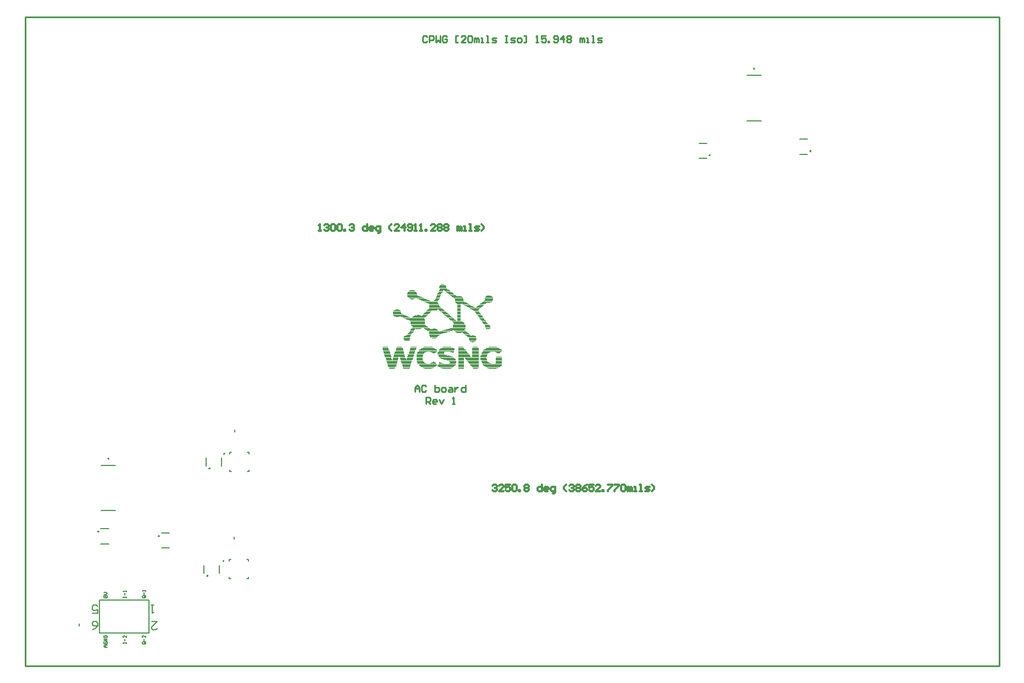
<source format=gto>
G04*
G04 #@! TF.GenerationSoftware,Altium Limited,Altium Designer,20.0.9 (164)*
G04*
G04 Layer_Color=65535*
%FSLAX25Y25*%
%MOIN*%
G70*
G01*
G75*
%ADD10C,0.00787*%
%ADD11C,0.01181*%
%ADD12C,0.00400*%
%ADD13C,0.00500*%
%ADD14C,0.00600*%
%ADD15C,0.01000*%
%ADD16C,0.01200*%
%ADD17C,0.00800*%
D10*
X121031Y128713D02*
G03*
X121031Y128713I-394J0D01*
G01*
X442394Y362216D02*
G03*
X442394Y362216I-394J0D01*
G01*
X50894Y125716D02*
G03*
X50894Y125716I-394J0D01*
G01*
X120658Y63661D02*
G03*
X120658Y63661I-394J0D01*
G01*
X32677Y24311D02*
Y25492D01*
X127069Y142009D02*
Y143191D01*
X45000Y19800D02*
Y39800D01*
X75000Y19800D02*
Y39800D01*
X45000Y19800D02*
X75000D01*
X45000Y39800D02*
X75000D01*
X45000D02*
X64167D01*
X126695Y76958D02*
Y78139D01*
D11*
X111780Y119765D02*
G03*
X111780Y119765I-118J0D01*
G01*
X81083Y78738D02*
G03*
X81083Y78738I-118J0D01*
G01*
X44291Y81378D02*
G03*
X44291Y81378I-118J0D01*
G01*
X415102Y309862D02*
G03*
X415102Y309862I-118J0D01*
G01*
X476205Y312323D02*
G03*
X476205Y312323I-118J0D01*
G01*
X110480Y54665D02*
G03*
X110480Y54665I-118J0D01*
G01*
D12*
X252200Y231500D02*
X253800D01*
X251400Y231100D02*
X254600D01*
X251400Y230700D02*
X254600D01*
X251000Y230300D02*
X255000D01*
X251000Y229900D02*
X255000D01*
X251000Y229500D02*
X255000D01*
X251400Y229100D02*
X255400D01*
X251400Y228700D02*
X255800D01*
X251400Y228300D02*
X256600D01*
X233400Y227900D02*
X235800D01*
X251000D02*
X253000D01*
X254200D02*
X257000D01*
X232600Y227500D02*
X236200D01*
X251000D02*
X253000D01*
X254600D02*
X257400D01*
X232200Y227100D02*
X236600D01*
X250600D02*
X252600D01*
X255000D02*
X257800D01*
X232200Y226700D02*
X237000D01*
X250600D02*
X252600D01*
X255800D02*
X258600D01*
X231800Y226300D02*
X237000D01*
X250200D02*
X252200D01*
X256200D02*
X259000D01*
X231800Y225900D02*
X237400D01*
X250200D02*
X252200D01*
X256600D02*
X259400D01*
X231800Y225500D02*
X237400D01*
X249800D02*
X251800D01*
X257000D02*
X259800D01*
X231800Y225100D02*
X237400D01*
X249800D02*
X251800D01*
X257800D02*
X260600D01*
X231800Y224700D02*
X238200D01*
X249800D02*
X251400D01*
X258200D02*
X261000D01*
X279800D02*
X282200D01*
X231800Y224300D02*
X239000D01*
X249400D02*
X251400D01*
X258600D02*
X261400D01*
X261800D02*
X264200D01*
X279400D02*
X282600D01*
X232200Y223900D02*
X240200D01*
X249400D02*
X251000D01*
X259000D02*
X264600D01*
X279000D02*
X283000D01*
X232600Y223500D02*
X241000D01*
X249000D02*
X251000D01*
X259800D02*
X265000D01*
X279000D02*
X283400D01*
X233000Y223100D02*
X236200D01*
X237400D02*
X241800D01*
X249000D02*
X251000D01*
X260200D02*
X265400D01*
X278600D02*
X283400D01*
X233800Y222700D02*
X235000D01*
X238600D02*
X242600D01*
X248600D02*
X250600D01*
X260600D02*
X265400D01*
X278600D02*
X283400D01*
X239400Y222300D02*
X243800D01*
X248600D02*
X250600D01*
X260600D02*
X265400D01*
X279000D02*
X283400D01*
X240200Y221900D02*
X244600D01*
X248200D02*
X250200D01*
X260600D02*
X265400D01*
X278600D02*
X283000D01*
X241000Y221500D02*
X245400D01*
X248200D02*
X250200D01*
X260600D02*
X265800D01*
X278200D02*
X283000D01*
X242200Y221100D02*
X249800D01*
X260600D02*
X266200D01*
X277400D02*
X282600D01*
X243000Y220700D02*
X249800D01*
X261000D02*
X267000D01*
X277000D02*
X279800D01*
X280200D02*
X281800D01*
X243800Y220300D02*
X250200D01*
X261000D02*
X267800D01*
X276600D02*
X279400D01*
X244600Y219900D02*
X250200D01*
X261800D02*
X264600D01*
X265000D02*
X268200D01*
X276200D02*
X279000D01*
X245000Y219500D02*
X250600D01*
X262200D02*
X263800D01*
X265400D02*
X269000D01*
X275800D02*
X278200D01*
X245000Y219100D02*
X250600D01*
X262200D02*
X263800D01*
X266200D02*
X269800D01*
X275400D02*
X277800D01*
X245000Y218700D02*
X250600D01*
X262200D02*
X263800D01*
X267000D02*
X270200D01*
X274600D02*
X277400D01*
X245000Y218300D02*
X251000D01*
X262200D02*
X263800D01*
X267800D02*
X271000D01*
X274200D02*
X277000D01*
X245000Y217900D02*
X251400D01*
X262200D02*
X263800D01*
X268200D02*
X271800D01*
X273800D02*
X276600D01*
X245000Y217500D02*
X251800D01*
X262200D02*
X263800D01*
X269000D02*
X272600D01*
X273400D02*
X276200D01*
X245000Y217100D02*
X252200D01*
X262200D02*
X263800D01*
X269800D02*
X275400D01*
X244600Y216700D02*
X253000D01*
X262200D02*
X263800D01*
X270200D02*
X275000D01*
X224600Y216300D02*
X226200D01*
X244200D02*
X249800D01*
X250600D02*
X253400D01*
X262200D02*
X263800D01*
X271000D02*
X274600D01*
X223800Y215900D02*
X227000D01*
X243800D02*
X249400D01*
X251000D02*
X253800D01*
X262200D02*
X263800D01*
X271800D02*
X274200D01*
X223400Y215500D02*
X227400D01*
X243400D02*
X246200D01*
X251400D02*
X254200D01*
X262200D02*
X263800D01*
X272200D02*
X274600D01*
X223000Y215100D02*
X227400D01*
X243000D02*
X245800D01*
X251800D02*
X254600D01*
X262200D02*
X263800D01*
X272600D02*
X275000D01*
X223000Y214700D02*
X227400D01*
X242600D02*
X245400D01*
X252600D02*
X255000D01*
X262200D02*
X263800D01*
X273000D02*
X275000D01*
X223000Y214300D02*
X227800D01*
X242200D02*
X245000D01*
X253000D02*
X255800D01*
X262200D02*
X263800D01*
X273400D02*
X275400D01*
X223000Y213900D02*
X227800D01*
X241800D02*
X244600D01*
X253400D02*
X256200D01*
X262200D02*
X263800D01*
X273400D02*
X275800D01*
X223000Y213500D02*
X228600D01*
X241400D02*
X244200D01*
X253800D02*
X256600D01*
X262200D02*
X263800D01*
X273800D02*
X276200D01*
X223000Y213100D02*
X229800D01*
X237800D02*
X238600D01*
X241000D02*
X243800D01*
X254200D02*
X257000D01*
X262200D02*
X263800D01*
X274200D02*
X276200D01*
X223400Y212700D02*
X230600D01*
X236200D02*
X239800D01*
X240600D02*
X243400D01*
X254600D02*
X257400D01*
X262200D02*
X263800D01*
X274600D02*
X276600D01*
X223800Y212300D02*
X231400D01*
X235400D02*
X243000D01*
X255000D02*
X257800D01*
X262200D02*
X263800D01*
X274600D02*
X277000D01*
X224600Y211900D02*
X226200D01*
X228200D02*
X232200D01*
X235000D02*
X242600D01*
X255800D02*
X258200D01*
X262200D02*
X263800D01*
X275000D02*
X277000D01*
X229000Y211500D02*
X233000D01*
X234600D02*
X242200D01*
X256200D02*
X259000D01*
X262200D02*
X263800D01*
X275400D02*
X277400D01*
X229800Y211100D02*
X241800D01*
X256600D02*
X259400D01*
X262200D02*
X263800D01*
X275400D02*
X277800D01*
X230600Y210700D02*
X241800D01*
X257000D02*
X259800D01*
X262200D02*
X263800D01*
X275800D02*
X278200D01*
X231400Y210300D02*
X242200D01*
X257400D02*
X260200D01*
X262200D02*
X263800D01*
X276200D02*
X278200D01*
X232600Y209900D02*
X242200D01*
X257800D02*
X260600D01*
X262200D02*
X263800D01*
X276600D02*
X278600D01*
X233400Y209500D02*
X242200D01*
X258600D02*
X261000D01*
X262200D02*
X263800D01*
X276600D02*
X279000D01*
X233800Y209100D02*
X242200D01*
X259000D02*
X264600D01*
X277000D02*
X279000D01*
X233800Y208700D02*
X242200D01*
X259400D02*
X265400D01*
X277400D02*
X279400D01*
X233800Y208300D02*
X242200D01*
X259800D02*
X265800D01*
X277400D02*
X279800D01*
X233800Y207900D02*
X242200D01*
X260200D02*
X266200D01*
X277800D02*
X280200D01*
X233800Y207500D02*
X242200D01*
X259800D02*
X266200D01*
X278200D02*
X280200D01*
X234200Y207100D02*
X242200D01*
X259400D02*
X266600D01*
X278600D02*
X281000D01*
X234200Y206700D02*
X242600D01*
X259400D02*
X266600D01*
X278600D02*
X281400D01*
X234600Y206300D02*
X243000D01*
X259400D02*
X266600D01*
X279000D02*
X281800D01*
X235000Y205900D02*
X243800D01*
X259400D02*
X266600D01*
X279000D02*
X281800D01*
X234600Y205500D02*
X244200D01*
X259400D02*
X266600D01*
X279000D02*
X281800D01*
X234600Y205100D02*
X240200D01*
X241800D02*
X244600D01*
X257800D02*
X266600D01*
X279400D02*
X281800D01*
X234200Y204700D02*
X236200D01*
X236600D02*
X239400D01*
X242200D02*
X245400D01*
X247000D02*
X248600D01*
X256600D02*
X266600D01*
X279400D02*
X281400D01*
X233800Y204300D02*
X236200D01*
X242600D02*
X245800D01*
X246200D02*
X249400D01*
X255400D02*
X266200D01*
X233800Y203900D02*
X235800D01*
X243400D02*
X249800D01*
X254200D02*
X266200D01*
X233400Y203500D02*
X235400D01*
X243800D02*
X250200D01*
X252600D02*
X258600D01*
X260200D02*
X266600D01*
X233000Y203100D02*
X235400D01*
X244600D02*
X250600D01*
X251400D02*
X257400D01*
X260600D02*
X267000D01*
X233000Y202700D02*
X235000D01*
X245000D02*
X255800D01*
X261000D02*
X267800D01*
X232600Y202300D02*
X234600D01*
X245000D02*
X254600D01*
X261800D02*
X264200D01*
X265400D02*
X268200D01*
X232200Y201900D02*
X234200D01*
X244600D02*
X253400D01*
X265800D02*
X268600D01*
X232200Y201500D02*
X234200D01*
X245000D02*
X252200D01*
X266200D02*
X269000D01*
X231800Y201100D02*
X233800D01*
X245000D02*
X251000D01*
X266600D02*
X269400D01*
X231000Y200700D02*
X233400D01*
X245000D02*
X250600D01*
X267400D02*
X269800D01*
X271000D02*
X271400D01*
X230200Y200300D02*
X233400D01*
X245400D02*
X250200D01*
X267800D02*
X272600D01*
X229800Y199900D02*
X233000D01*
X245400D02*
X249800D01*
X268200D02*
X273000D01*
X229400Y199500D02*
X233000D01*
X245800D02*
X249400D01*
X268600D02*
X273000D01*
X229400Y199100D02*
X233000D01*
X246600D02*
X249000D01*
X269000D02*
X273000D01*
X229400Y198700D02*
X233000D01*
X269000D02*
X273400D01*
X229800Y198300D02*
X233000D01*
X269000D02*
X273400D01*
X229800Y197900D02*
X232600D01*
X269400D02*
X273000D01*
X230200Y197500D02*
X232600D01*
X269400D02*
X273000D01*
X269800Y197100D02*
X272600D01*
X270600Y196700D02*
X271800D01*
X216600Y193500D02*
X219800D01*
X225400D02*
X228200D01*
X233800D02*
X237000D01*
X241800D02*
X246600D01*
X253400D02*
X258200D01*
X262600D02*
X265400D01*
X271400D02*
X274200D01*
X281000D02*
X285800D01*
X216600Y193100D02*
X219800D01*
X225000D02*
X228600D01*
X233800D02*
X237000D01*
X241000D02*
X247400D01*
X252600D02*
X259400D01*
X262600D02*
X265800D01*
X271000D02*
X274600D01*
X279800D02*
X286600D01*
X216600Y192700D02*
X220200D01*
X225000D02*
X228600D01*
X233400D02*
X236600D01*
X240200D02*
X248200D01*
X251800D02*
X260200D01*
X262600D02*
X265800D01*
X271000D02*
X274600D01*
X279400D02*
X287400D01*
X216600Y192300D02*
X220200D01*
X225000D02*
X228600D01*
X233400D02*
X236600D01*
X239800D02*
X248600D01*
X251400D02*
X260200D01*
X262600D02*
X266200D01*
X271000D02*
X274600D01*
X278600D02*
X288200D01*
X217000Y191900D02*
X220200D01*
X224600D02*
X229000D01*
X233400D02*
X236600D01*
X239000D02*
X249400D01*
X251000D02*
X260200D01*
X262600D02*
X266600D01*
X271000D02*
X274600D01*
X278200D02*
X288600D01*
X217000Y191500D02*
X220600D01*
X224600D02*
X229000D01*
X233000D02*
X236200D01*
X238600D02*
X249400D01*
X250600D02*
X259800D01*
X262600D02*
X267000D01*
X271000D02*
X274600D01*
X277800D02*
X288600D01*
X217000Y191100D02*
X220600D01*
X224600D02*
X229000D01*
X233000D02*
X236200D01*
X238600D02*
X249400D01*
X250600D02*
X259800D01*
X262600D02*
X267400D01*
X271000D02*
X274600D01*
X277400D02*
X288600D01*
X217400Y190700D02*
X220600D01*
X224200D02*
X229400D01*
X233000D02*
X236200D01*
X238200D02*
X243000D01*
X245800D02*
X249000D01*
X250600D02*
X254200D01*
X257800D02*
X259800D01*
X262600D02*
X267800D01*
X271000D02*
X274600D01*
X277400D02*
X281800D01*
X285000D02*
X288200D01*
X217400Y190300D02*
X221000D01*
X224200D02*
X229400D01*
X232600D02*
X235800D01*
X237800D02*
X242200D01*
X246600D02*
X248600D01*
X250200D02*
X253800D01*
X259000D02*
X259400D01*
X262600D02*
X267800D01*
X271000D02*
X274600D01*
X277000D02*
X281400D01*
X285800D02*
X287800D01*
X217400Y189900D02*
X221000D01*
X224200D02*
X229400D01*
X232600D02*
X235800D01*
X237800D02*
X241800D01*
X247000D02*
X248200D01*
X250200D02*
X253800D01*
X262600D02*
X268200D01*
X271000D02*
X274600D01*
X276600D02*
X280600D01*
X286200D02*
X287400D01*
X217800Y189500D02*
X221000D01*
X223800D02*
X229400D01*
X232600D02*
X235800D01*
X237800D02*
X241400D01*
X250200D02*
X253800D01*
X262600D02*
X268600D01*
X271000D02*
X274600D01*
X276600D02*
X280200D01*
X217800Y189100D02*
X221400D01*
X223800D02*
X229800D01*
X232200D02*
X235400D01*
X237400D02*
X241000D01*
X250200D02*
X254200D01*
X262600D02*
X269000D01*
X271000D02*
X274600D01*
X276600D02*
X280200D01*
X217800Y188700D02*
X221400D01*
X223800D02*
X229800D01*
X232200D02*
X235400D01*
X237400D02*
X241000D01*
X250600D02*
X255400D01*
X262600D02*
X269400D01*
X271000D02*
X274600D01*
X276600D02*
X279800D01*
X218200Y188300D02*
X221400D01*
X223400D02*
X226600D01*
X227000D02*
X229800D01*
X232200D02*
X235400D01*
X237400D02*
X240600D01*
X250600D02*
X257000D01*
X262600D02*
X269400D01*
X271000D02*
X274600D01*
X276200D02*
X279800D01*
X218200Y187900D02*
X221800D01*
X223400D02*
X226600D01*
X227000D02*
X230200D01*
X231800D02*
X235000D01*
X237400D02*
X240600D01*
X250600D02*
X258200D01*
X262600D02*
X269800D01*
X271000D02*
X274600D01*
X276200D02*
X279800D01*
X218200Y187500D02*
X221800D01*
X223400D02*
X226200D01*
X227000D02*
X230200D01*
X231800D02*
X235000D01*
X237400D02*
X240600D01*
X251000D02*
X259000D01*
X262600D02*
X265800D01*
X266200D02*
X270200D01*
X271000D02*
X274600D01*
X276200D02*
X279400D01*
X285800D02*
X288600D01*
X218600Y187100D02*
X221800D01*
X223000D02*
X226200D01*
X227400D02*
X230200D01*
X231800D02*
X235000D01*
X237400D02*
X240600D01*
X251400D02*
X259800D01*
X262600D02*
X265800D01*
X266600D02*
X270600D01*
X271000D02*
X274600D01*
X276200D02*
X279400D01*
X285400D02*
X288600D01*
X218600Y186700D02*
X221800D01*
X223000D02*
X226200D01*
X227400D02*
X230600D01*
X231400D02*
X234600D01*
X237400D02*
X240600D01*
X252200D02*
X260200D01*
X262600D02*
X265800D01*
X266600D02*
X274600D01*
X276200D02*
X279400D01*
X285400D02*
X288600D01*
X218600Y186300D02*
X222200D01*
X223000D02*
X225800D01*
X227400D02*
X230600D01*
X231400D02*
X234600D01*
X237400D02*
X240600D01*
X253000D02*
X260600D01*
X262600D02*
X265800D01*
X267000D02*
X274600D01*
X276200D02*
X279800D01*
X285400D02*
X288600D01*
X219000Y185900D02*
X222200D01*
X222600D02*
X225800D01*
X227800D02*
X230600D01*
X231400D02*
X234600D01*
X237400D02*
X240600D01*
X254200D02*
X260600D01*
X262600D02*
X265800D01*
X267400D02*
X274600D01*
X276200D02*
X279800D01*
X285400D02*
X288600D01*
X219000Y185500D02*
X222200D01*
X222600D02*
X225800D01*
X227800D02*
X234200D01*
X237400D02*
X241000D01*
X255800D02*
X260600D01*
X262600D02*
X265800D01*
X267800D02*
X274600D01*
X276600D02*
X279800D01*
X285400D02*
X288600D01*
X219000Y185100D02*
X225400D01*
X227800D02*
X234200D01*
X237400D02*
X241000D01*
X257000D02*
X261000D01*
X262600D02*
X265800D01*
X268200D02*
X274600D01*
X276600D02*
X280200D01*
X285400D02*
X288600D01*
X219400Y184700D02*
X225400D01*
X228200D02*
X234200D01*
X237800D02*
X241400D01*
X247400D02*
X247800D01*
X257400D02*
X261000D01*
X262600D02*
X265800D01*
X268600D02*
X274600D01*
X276600D02*
X280200D01*
X285400D02*
X288600D01*
X219400Y184300D02*
X225400D01*
X228200D02*
X233800D01*
X237800D02*
X241800D01*
X247000D02*
X248200D01*
X251000D02*
X251400D01*
X257800D02*
X261000D01*
X262600D02*
X265800D01*
X268600D02*
X274600D01*
X277000D02*
X280600D01*
X285400D02*
X288600D01*
X219400Y183900D02*
X225000D01*
X228200D02*
X233800D01*
X237800D02*
X242200D01*
X246200D02*
X248600D01*
X251000D02*
X252200D01*
X257400D02*
X261000D01*
X262600D02*
X265800D01*
X269000D02*
X274600D01*
X277000D02*
X281400D01*
X285400D02*
X288600D01*
X219800Y183500D02*
X225000D01*
X228600D02*
X233800D01*
X238200D02*
X243000D01*
X245400D02*
X249000D01*
X250600D02*
X253400D01*
X257000D02*
X260600D01*
X262600D02*
X265800D01*
X269400D02*
X274600D01*
X277400D02*
X282200D01*
X285000D02*
X288600D01*
X219800Y183100D02*
X225000D01*
X228600D02*
X233400D01*
X238600D02*
X249400D01*
X250600D02*
X260600D01*
X262600D02*
X265800D01*
X269800D02*
X274600D01*
X277400D02*
X288600D01*
X219800Y182700D02*
X224600D01*
X228600D02*
X233400D01*
X239000D02*
X249400D01*
X250200D02*
X260600D01*
X262600D02*
X265800D01*
X270200D02*
X274600D01*
X277800D02*
X288600D01*
X220200Y182300D02*
X224600D01*
X228600D02*
X233400D01*
X239000D02*
X249000D01*
X250200D02*
X260200D01*
X262600D02*
X265800D01*
X270200D02*
X274600D01*
X278200D02*
X288600D01*
X220200Y181900D02*
X224600D01*
X229000D02*
X233000D01*
X239800D02*
X248600D01*
X250200D02*
X259800D01*
X262600D02*
X265800D01*
X270600D02*
X274600D01*
X278600D02*
X288200D01*
X220200Y181500D02*
X224200D01*
X229000D02*
X233000D01*
X240200D02*
X248200D01*
X250600D02*
X259400D01*
X262600D02*
X265800D01*
X271000D02*
X274600D01*
X279400D02*
X287800D01*
X220600Y181100D02*
X224200D01*
X229000D02*
X233000D01*
X241000D02*
X247400D01*
X251800D02*
X258600D01*
X262600D02*
X265800D01*
X271400D02*
X274600D01*
X280200D02*
X286600D01*
X220600Y180700D02*
X223800D01*
X229400D02*
X232600D01*
X242200D02*
X246200D01*
X253000D02*
X257800D01*
X262600D02*
X265800D01*
X271800D02*
X274200D01*
X281000D02*
X285400D01*
D13*
X123984Y129697D02*
X125165D01*
X123984Y128516D02*
Y129697D01*
Y117886D02*
Y119067D01*
Y117886D02*
X125165D01*
X135795Y128516D02*
Y129697D01*
X134614D02*
X135795D01*
X134614Y117886D02*
X135795D01*
Y119067D01*
X109674Y121438D02*
Y126162D01*
X118926Y121438D02*
Y126162D01*
X437669Y330720D02*
X446331D01*
X437669Y358279D02*
X446331D01*
X46169Y94221D02*
X54831D01*
X46169Y121780D02*
X54831D01*
X82638Y80726D02*
X87362D01*
X82638Y71474D02*
X87362D01*
X45847Y83366D02*
X50571D01*
X45847Y74114D02*
X50571D01*
X408587Y307874D02*
X413311D01*
X408587Y317126D02*
X413311D01*
X469689Y310335D02*
X474413D01*
X469689Y319587D02*
X474413D01*
X108374Y56338D02*
Y61062D01*
X117626Y56338D02*
Y61062D01*
X123610Y64646D02*
X124791D01*
X123610Y63465D02*
Y64646D01*
Y52835D02*
Y54016D01*
Y52835D02*
X124791D01*
X135421Y63465D02*
Y64646D01*
X134240D02*
X135421D01*
X134240Y52835D02*
X135421D01*
Y54016D01*
D14*
X48199Y41447D02*
X47865Y41780D01*
Y42446D01*
X48199Y42779D01*
X48532D01*
X48865Y42446D01*
X49198Y42779D01*
X49531D01*
X49865Y42446D01*
Y41780D01*
X49531Y41447D01*
X49198D01*
X48865Y41780D01*
X48532Y41447D01*
X48199D01*
X48865Y41780D02*
Y42446D01*
X47865Y43446D02*
X49198D01*
X49865Y44112D01*
X49198Y44779D01*
X47865D01*
X59383Y41447D02*
Y42113D01*
Y41780D01*
X61382D01*
Y41447D01*
Y42113D01*
X60383Y43113D02*
Y44445D01*
X61382Y45112D02*
Y45778D01*
Y45445D01*
X59383D01*
X59716Y45112D01*
X72567Y42779D02*
X71234D01*
X70901Y42446D01*
Y41780D01*
X71234Y41447D01*
X72567D01*
X72900Y41780D01*
Y42446D01*
X72234Y42113D02*
X72900Y42779D01*
Y42446D02*
X72567Y42779D01*
X71900Y43446D02*
Y44779D01*
X72900Y45445D02*
Y46112D01*
Y45778D01*
X70901D01*
X71234Y45445D01*
X49865Y11131D02*
X48532D01*
X47865Y11798D01*
X48532Y12464D01*
X49865D01*
X48865D01*
Y11131D01*
X48199Y14464D02*
X47865Y14130D01*
Y13464D01*
X48199Y13131D01*
X49531D01*
X49865Y13464D01*
Y14130D01*
X49531Y14464D01*
X48865D01*
Y13797D01*
X49865Y15130D02*
X47865D01*
X49865Y16463D01*
X47865D01*
Y17130D02*
X49865D01*
Y18129D01*
X49531Y18462D01*
X48199D01*
X47865Y18129D01*
Y17130D01*
X59383Y13464D02*
Y14130D01*
Y13797D01*
X61382D01*
Y13464D01*
Y14130D01*
X60383Y15130D02*
Y16463D01*
X61382Y18462D02*
Y17130D01*
X60049Y18462D01*
X59716D01*
X59383Y18129D01*
Y17463D01*
X59716Y17130D01*
X72567Y14464D02*
X71234D01*
X70901Y14130D01*
Y13464D01*
X71234Y13131D01*
X72567D01*
X72900Y13464D01*
Y14130D01*
X72234Y13797D02*
X72900Y14464D01*
Y14130D02*
X72567Y14464D01*
X71900Y15130D02*
Y16463D01*
X72900Y18462D02*
Y17130D01*
X71567Y18462D01*
X71234D01*
X70901Y18129D01*
Y17463D01*
X71234Y17130D01*
D15*
X236372Y166300D02*
Y168966D01*
X237704Y170299D01*
X239037Y168966D01*
Y166300D01*
Y168299D01*
X236372D01*
X243036Y169632D02*
X242370Y170299D01*
X241037D01*
X240370Y169632D01*
Y166966D01*
X241037Y166300D01*
X242370D01*
X243036Y166966D01*
X248368Y170299D02*
Y166300D01*
X250367D01*
X251034Y166966D01*
Y167633D01*
Y168299D01*
X250367Y168966D01*
X248368D01*
X253033Y166300D02*
X254366D01*
X255032Y166966D01*
Y168299D01*
X254366Y168966D01*
X253033D01*
X252366Y168299D01*
Y166966D01*
X253033Y166300D01*
X257032Y168966D02*
X258365D01*
X259031Y168299D01*
Y166300D01*
X257032D01*
X256365Y166966D01*
X257032Y167633D01*
X259031D01*
X260364Y168966D02*
Y166300D01*
Y167633D01*
X261030Y168299D01*
X261697Y168966D01*
X262363D01*
X267028Y170299D02*
Y166300D01*
X265029D01*
X264363Y166966D01*
Y168299D01*
X265029Y168966D01*
X267028D01*
X243036Y159101D02*
Y163100D01*
X245036D01*
X245702Y162434D01*
Y161101D01*
X245036Y160434D01*
X243036D01*
X244369D02*
X245702Y159101D01*
X249034D02*
X247701D01*
X247035Y159768D01*
Y161101D01*
X247701Y161767D01*
X249034D01*
X249701Y161101D01*
Y160434D01*
X247035D01*
X251034Y161767D02*
X252366Y159101D01*
X253699Y161767D01*
X259031Y159101D02*
X260364D01*
X259697D01*
Y163100D01*
X259031Y162434D01*
X243626Y381733D02*
X242959Y382399D01*
X241626D01*
X240960Y381733D01*
Y379067D01*
X241626Y378401D01*
X242959D01*
X243626Y379067D01*
X244958Y378401D02*
Y382399D01*
X246958D01*
X247624Y381733D01*
Y380400D01*
X246958Y379734D01*
X244958D01*
X248957Y382399D02*
Y378401D01*
X250290Y379734D01*
X251623Y378401D01*
Y382399D01*
X255622Y381733D02*
X254955Y382399D01*
X253622D01*
X252956Y381733D01*
Y379067D01*
X253622Y378401D01*
X254955D01*
X255622Y379067D01*
Y380400D01*
X254289D01*
X262286Y378401D02*
X260953D01*
Y382399D01*
X262286D01*
X266951Y378401D02*
X264286D01*
X266951Y381066D01*
Y381733D01*
X266285Y382399D01*
X264952D01*
X264286Y381733D01*
X268284D02*
X268951Y382399D01*
X270284D01*
X270950Y381733D01*
Y379067D01*
X270284Y378401D01*
X268951D01*
X268284Y379067D01*
Y381733D01*
X272283Y378401D02*
Y381066D01*
X272950D01*
X273616Y380400D01*
Y378401D01*
Y380400D01*
X274282Y381066D01*
X274949Y380400D01*
Y378401D01*
X276282D02*
X277615D01*
X276948D01*
Y381066D01*
X276282D01*
X279614Y378401D02*
X280947D01*
X280280D01*
Y382399D01*
X279614D01*
X282946Y378401D02*
X284946D01*
X285612Y379067D01*
X284946Y379734D01*
X283613D01*
X282946Y380400D01*
X283613Y381066D01*
X285612D01*
X290944Y382399D02*
X292277D01*
X291610D01*
Y378401D01*
X290944D01*
X292277D01*
X294276D02*
X296275D01*
X296942Y379067D01*
X296275Y379734D01*
X294942D01*
X294276Y380400D01*
X294942Y381066D01*
X296942D01*
X298941Y378401D02*
X300274D01*
X300940Y379067D01*
Y380400D01*
X300274Y381066D01*
X298941D01*
X298275Y380400D01*
Y379067D01*
X298941Y378401D01*
X302273D02*
X303606D01*
Y382399D01*
X302273D01*
X309604Y378401D02*
X310937D01*
X310271D01*
Y382399D01*
X309604Y381733D01*
X315602Y382399D02*
X312937D01*
Y380400D01*
X314269Y381066D01*
X314936D01*
X315602Y380400D01*
Y379067D01*
X314936Y378401D01*
X313603D01*
X312937Y379067D01*
X316935Y378401D02*
Y379067D01*
X317602D01*
Y378401D01*
X316935D01*
X320268Y379067D02*
X320934Y378401D01*
X322267D01*
X322933Y379067D01*
Y381733D01*
X322267Y382399D01*
X320934D01*
X320268Y381733D01*
Y381066D01*
X320934Y380400D01*
X322933D01*
X326266Y378401D02*
Y382399D01*
X324266Y380400D01*
X326932D01*
X328265Y381733D02*
X328931Y382399D01*
X330264D01*
X330931Y381733D01*
Y381066D01*
X330264Y380400D01*
X330931Y379734D01*
Y379067D01*
X330264Y378401D01*
X328931D01*
X328265Y379067D01*
Y379734D01*
X328931Y380400D01*
X328265Y381066D01*
Y381733D01*
X328931Y380400D02*
X330264D01*
X336262Y378401D02*
Y381066D01*
X336929D01*
X337595Y380400D01*
Y378401D01*
Y380400D01*
X338262Y381066D01*
X338928Y380400D01*
Y378401D01*
X340261D02*
X341594D01*
X340928D01*
Y381066D01*
X340261D01*
X343593Y378401D02*
X344926D01*
X344260D01*
Y382399D01*
X343593D01*
X346926Y378401D02*
X348925D01*
X349591Y379067D01*
X348925Y379734D01*
X347592D01*
X346926Y380400D01*
X347592Y381066D01*
X349591D01*
X0Y0D02*
Y393701D01*
X590551D01*
Y0D02*
Y393701D01*
X0Y0D02*
X590551D01*
D16*
X178016Y263967D02*
X179349D01*
X178683D01*
Y267966D01*
X178016Y267299D01*
X181348D02*
X182015Y267966D01*
X183348D01*
X184014Y267299D01*
Y266633D01*
X183348Y265966D01*
X182681D01*
X183348D01*
X184014Y265300D01*
Y264634D01*
X183348Y263967D01*
X182015D01*
X181348Y264634D01*
X185347Y267299D02*
X186013Y267966D01*
X187346D01*
X188013Y267299D01*
Y264634D01*
X187346Y263967D01*
X186013D01*
X185347Y264634D01*
Y267299D01*
X189346D02*
X190012Y267966D01*
X191345D01*
X192012Y267299D01*
Y264634D01*
X191345Y263967D01*
X190012D01*
X189346Y264634D01*
Y267299D01*
X193344Y263967D02*
Y264634D01*
X194011D01*
Y263967D01*
X193344D01*
X196677Y267299D02*
X197343Y267966D01*
X198676D01*
X199343Y267299D01*
Y266633D01*
X198676Y265966D01*
X198010D01*
X198676D01*
X199343Y265300D01*
Y264634D01*
X198676Y263967D01*
X197343D01*
X196677Y264634D01*
X207340Y267966D02*
Y263967D01*
X205341D01*
X204674Y264634D01*
Y265966D01*
X205341Y266633D01*
X207340D01*
X210672Y263967D02*
X209339D01*
X208673Y264634D01*
Y265966D01*
X209339Y266633D01*
X210672D01*
X211339Y265966D01*
Y265300D01*
X208673D01*
X214004Y262634D02*
X214671D01*
X215337Y263301D01*
Y266633D01*
X213338D01*
X212672Y265966D01*
Y264634D01*
X213338Y263967D01*
X215337D01*
X222002D02*
X220669Y265300D01*
Y266633D01*
X222002Y267966D01*
X226667Y263967D02*
X224001D01*
X226667Y266633D01*
Y267299D01*
X226001Y267966D01*
X224668D01*
X224001Y267299D01*
X229999Y263967D02*
Y267966D01*
X228000Y265966D01*
X230666D01*
X231999Y264634D02*
X232665Y263967D01*
X233998D01*
X234665Y264634D01*
Y267299D01*
X233998Y267966D01*
X232665D01*
X231999Y267299D01*
Y266633D01*
X232665Y265966D01*
X234665D01*
X235997Y263967D02*
X237330D01*
X236664D01*
Y267966D01*
X235997Y267299D01*
X239330Y263967D02*
X240663D01*
X239996D01*
Y267966D01*
X239330Y267299D01*
X242662Y263967D02*
Y264634D01*
X243328D01*
Y263967D01*
X242662D01*
X248660D02*
X245994D01*
X248660Y266633D01*
Y267299D01*
X247994Y267966D01*
X246661D01*
X245994Y267299D01*
X249993D02*
X250659Y267966D01*
X251992D01*
X252659Y267299D01*
Y266633D01*
X251992Y265966D01*
X252659Y265300D01*
Y264634D01*
X251992Y263967D01*
X250659D01*
X249993Y264634D01*
Y265300D01*
X250659Y265966D01*
X249993Y266633D01*
Y267299D01*
X250659Y265966D02*
X251992D01*
X253992Y267299D02*
X254658Y267966D01*
X255991D01*
X256657Y267299D01*
Y266633D01*
X255991Y265966D01*
X256657Y265300D01*
Y264634D01*
X255991Y263967D01*
X254658D01*
X253992Y264634D01*
Y265300D01*
X254658Y265966D01*
X253992Y266633D01*
Y267299D01*
X254658Y265966D02*
X255991D01*
X261989Y263967D02*
Y266633D01*
X262655D01*
X263322Y265966D01*
Y263967D01*
Y265966D01*
X263988Y266633D01*
X264655Y265966D01*
Y263967D01*
X265988D02*
X267321D01*
X266654D01*
Y266633D01*
X265988D01*
X269320Y263967D02*
X270653D01*
X269987D01*
Y267966D01*
X269320D01*
X272652Y263967D02*
X274652D01*
X275318Y264634D01*
X274652Y265300D01*
X273319D01*
X272652Y265966D01*
X273319Y266633D01*
X275318D01*
X276651Y263967D02*
X277984Y265300D01*
Y266633D01*
X276651Y267966D01*
X283416Y109199D02*
X284082Y109866D01*
X285415D01*
X286082Y109199D01*
Y108533D01*
X285415Y107867D01*
X284749D01*
X285415D01*
X286082Y107200D01*
Y106534D01*
X285415Y105867D01*
X284082D01*
X283416Y106534D01*
X290080Y105867D02*
X287415D01*
X290080Y108533D01*
Y109199D01*
X289414Y109866D01*
X288081D01*
X287415Y109199D01*
X294079Y109866D02*
X291413D01*
Y107867D01*
X292746Y108533D01*
X293413D01*
X294079Y107867D01*
Y106534D01*
X293413Y105867D01*
X292080D01*
X291413Y106534D01*
X295412Y109199D02*
X296078Y109866D01*
X297411D01*
X298078Y109199D01*
Y106534D01*
X297411Y105867D01*
X296078D01*
X295412Y106534D01*
Y109199D01*
X299411Y105867D02*
Y106534D01*
X300077D01*
Y105867D01*
X299411D01*
X302743Y109199D02*
X303409Y109866D01*
X304742D01*
X305409Y109199D01*
Y108533D01*
X304742Y107867D01*
X305409Y107200D01*
Y106534D01*
X304742Y105867D01*
X303409D01*
X302743Y106534D01*
Y107200D01*
X303409Y107867D01*
X302743Y108533D01*
Y109199D01*
X303409Y107867D02*
X304742D01*
X313406Y109866D02*
Y105867D01*
X311407D01*
X310740Y106534D01*
Y107867D01*
X311407Y108533D01*
X313406D01*
X316738Y105867D02*
X315406D01*
X314739Y106534D01*
Y107867D01*
X315406Y108533D01*
X316738D01*
X317405Y107867D01*
Y107200D01*
X314739D01*
X320071Y104534D02*
X320737D01*
X321404Y105201D01*
Y108533D01*
X319404D01*
X318738Y107867D01*
Y106534D01*
X319404Y105867D01*
X321404D01*
X328068D02*
X326735Y107200D01*
Y108533D01*
X328068Y109866D01*
X330067Y109199D02*
X330734Y109866D01*
X332067D01*
X332733Y109199D01*
Y108533D01*
X332067Y107867D01*
X331400D01*
X332067D01*
X332733Y107200D01*
Y106534D01*
X332067Y105867D01*
X330734D01*
X330067Y106534D01*
X334066Y109199D02*
X334733Y109866D01*
X336066D01*
X336732Y109199D01*
Y108533D01*
X336066Y107867D01*
X336732Y107200D01*
Y106534D01*
X336066Y105867D01*
X334733D01*
X334066Y106534D01*
Y107200D01*
X334733Y107867D01*
X334066Y108533D01*
Y109199D01*
X334733Y107867D02*
X336066D01*
X340731Y109866D02*
X339398Y109199D01*
X338065Y107867D01*
Y106534D01*
X338731Y105867D01*
X340064D01*
X340731Y106534D01*
Y107200D01*
X340064Y107867D01*
X338065D01*
X344729Y109866D02*
X342063D01*
Y107867D01*
X343396Y108533D01*
X344063D01*
X344729Y107867D01*
Y106534D01*
X344063Y105867D01*
X342730D01*
X342063Y106534D01*
X348728Y105867D02*
X346062D01*
X348728Y108533D01*
Y109199D01*
X348062Y109866D01*
X346729D01*
X346062Y109199D01*
X350061Y105867D02*
Y106534D01*
X350727D01*
Y105867D01*
X350061D01*
X353393Y109866D02*
X356059D01*
Y109199D01*
X353393Y106534D01*
Y105867D01*
X357392Y109866D02*
X360058D01*
Y109199D01*
X357392Y106534D01*
Y105867D01*
X361391Y109199D02*
X362057Y109866D01*
X363390D01*
X364056Y109199D01*
Y106534D01*
X363390Y105867D01*
X362057D01*
X361391Y106534D01*
Y109199D01*
X365389Y105867D02*
Y108533D01*
X366056D01*
X366722Y107867D01*
Y105867D01*
Y107867D01*
X367389Y108533D01*
X368055Y107867D01*
Y105867D01*
X369388D02*
X370721D01*
X370055D01*
Y108533D01*
X369388D01*
X372720Y105867D02*
X374053D01*
X373387D01*
Y109866D01*
X372720D01*
X376053Y105867D02*
X378052D01*
X378718Y106534D01*
X378052Y107200D01*
X376719D01*
X376053Y107867D01*
X376719Y108533D01*
X378718D01*
X380051Y105867D02*
X381384Y107200D01*
Y108533D01*
X380051Y109866D01*
D17*
X40668Y21802D02*
X42334Y22635D01*
X44000Y24301D01*
Y25967D01*
X43167Y26800D01*
X41501D01*
X40668Y25967D01*
Y25134D01*
X41501Y24301D01*
X44000D01*
X40668Y31802D02*
X44000D01*
Y34301D01*
X42334Y33468D01*
X41501D01*
X40668Y34301D01*
Y35967D01*
X41501Y36800D01*
X43167D01*
X44000Y35967D01*
X76668Y26800D02*
X80000D01*
X76668Y23468D01*
Y22635D01*
X77501Y21802D01*
X79167D01*
X80000Y22635D01*
X78000Y36800D02*
X76334D01*
X77167D01*
Y31802D01*
X78000Y32635D01*
M02*

</source>
